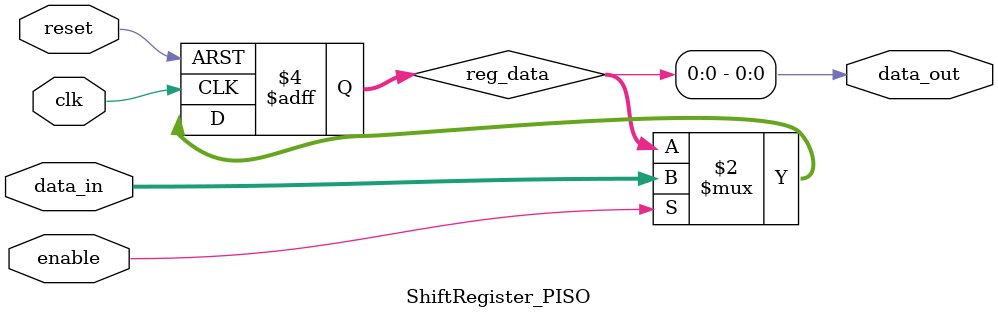
<source format=v>
module ShiftRegister_PISO (
  input wire clk,         // Sinal de clock
  input wire reset,       // Sinal de reinicialização
  input wire enable,      // Sinal de habilitação
  input wire [3:0] data_in,     // Dados de entrada paralelos
  output wire data_out    // Dado de saída serial
);

  reg [3:0] reg_data;     // Registrador interno de 4 bits

  always @(posedge clk or posedge reset) begin
    if (reset)
      reg_data <= 4'b0000;  // Reinicializa o registrador
    else if (enable)
      reg_data <= data_in;  // Carrega os dados de entrada no registrador
  end

  assign data_out = reg_data[0];  // Saída do bit menos significativo

endmodule

</source>
